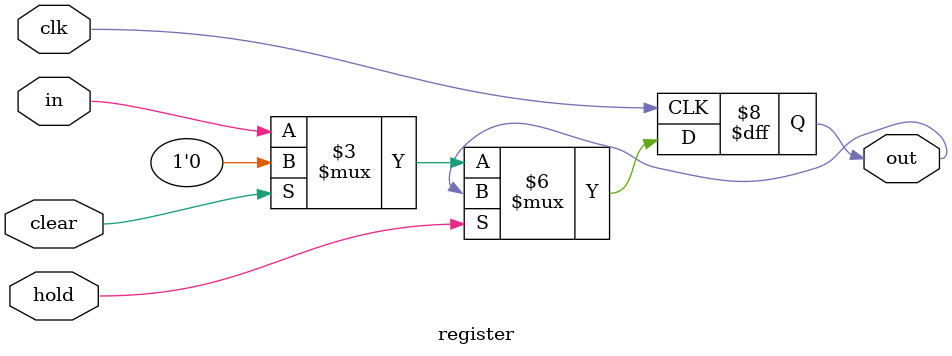
<source format=v>

module register(
    input clk,
    input clear,
    input hold,
    input wire [N-1:0] in,
    output reg [N-1:0] out);

    parameter N = 1; // by default 1-bit register

    always @(posedge clk) begin
        if (hold) out <= out;
        else if (clear) out <= {N{1'b0}};
        else out <= in;
    end
endmodule




</source>
